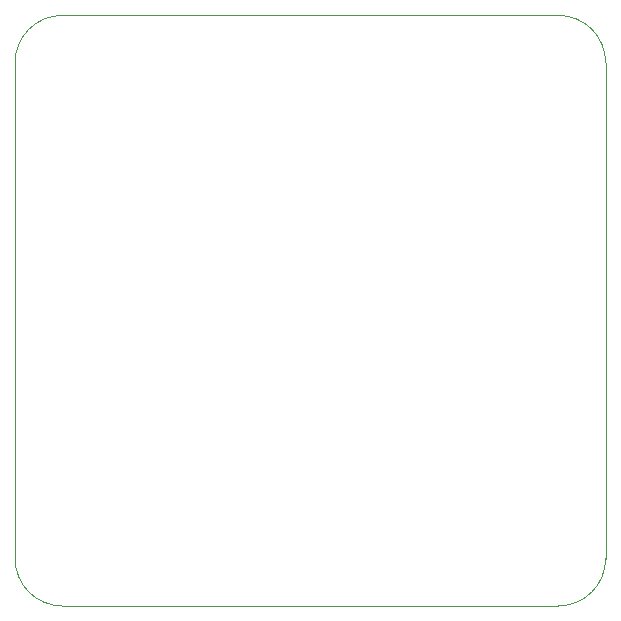
<source format=gbr>
%TF.GenerationSoftware,KiCad,Pcbnew,(6.0.4)*%
%TF.CreationDate,2022-04-04T02:45:16+02:00*%
%TF.ProjectId,DUINO,4455494e-4f2e-46b6-9963-61645f706362,rev?*%
%TF.SameCoordinates,Original*%
%TF.FileFunction,Profile,NP*%
%FSLAX46Y46*%
G04 Gerber Fmt 4.6, Leading zero omitted, Abs format (unit mm)*
G04 Created by KiCad (PCBNEW (6.0.4)) date 2022-04-04 02:45:16*
%MOMM*%
%LPD*%
G01*
G04 APERTURE LIST*
%TA.AperFunction,Profile*%
%ADD10C,0.050000*%
%TD*%
G04 APERTURE END LIST*
D10*
X196000000Y-90000000D02*
X154000000Y-90000000D01*
X200000000Y-94000000D02*
G75*
G03*
X196000000Y-90000000I-4000000J0D01*
G01*
X154000000Y-90000000D02*
G75*
G03*
X150000000Y-94000000I0J-4000000D01*
G01*
X200000000Y-136000000D02*
X200000000Y-94000000D01*
X150000000Y-136000000D02*
G75*
G03*
X154000000Y-140000000I4000000J0D01*
G01*
X154000000Y-140000000D02*
X196000000Y-140000000D01*
X196000000Y-140000000D02*
G75*
G03*
X200000000Y-136000000I0J4000000D01*
G01*
X150000000Y-94000000D02*
X150000000Y-136000000D01*
M02*

</source>
